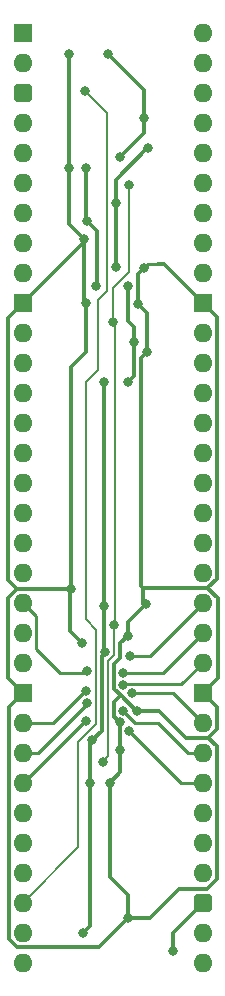
<source format=gbl>
%TF.GenerationSoftware,KiCad,Pcbnew,8.0.7*%
%TF.CreationDate,2025-01-03T14:12:14+02:00*%
%TF.ProjectId,HCP65 Main Memory Address,48435036-3520-44d6-9169-6e204d656d6f,V0*%
%TF.SameCoordinates,Original*%
%TF.FileFunction,Copper,L2,Bot*%
%TF.FilePolarity,Positive*%
%FSLAX46Y46*%
G04 Gerber Fmt 4.6, Leading zero omitted, Abs format (unit mm)*
G04 Created by KiCad (PCBNEW 8.0.7) date 2025-01-03 14:12:14*
%MOMM*%
%LPD*%
G01*
G04 APERTURE LIST*
G04 Aperture macros list*
%AMRoundRect*
0 Rectangle with rounded corners*
0 $1 Rounding radius*
0 $2 $3 $4 $5 $6 $7 $8 $9 X,Y pos of 4 corners*
0 Add a 4 corners polygon primitive as box body*
4,1,4,$2,$3,$4,$5,$6,$7,$8,$9,$2,$3,0*
0 Add four circle primitives for the rounded corners*
1,1,$1+$1,$2,$3*
1,1,$1+$1,$4,$5*
1,1,$1+$1,$6,$7*
1,1,$1+$1,$8,$9*
0 Add four rect primitives between the rounded corners*
20,1,$1+$1,$2,$3,$4,$5,0*
20,1,$1+$1,$4,$5,$6,$7,0*
20,1,$1+$1,$6,$7,$8,$9,0*
20,1,$1+$1,$8,$9,$2,$3,0*%
G04 Aperture macros list end*
%TA.AperFunction,ComponentPad*%
%ADD10R,1.600000X1.600000*%
%TD*%
%TA.AperFunction,ComponentPad*%
%ADD11O,1.600000X1.600000*%
%TD*%
%TA.AperFunction,ComponentPad*%
%ADD12RoundRect,0.400000X-0.400000X-0.400000X0.400000X-0.400000X0.400000X0.400000X-0.400000X0.400000X0*%
%TD*%
%TA.AperFunction,ViaPad*%
%ADD13C,0.800000*%
%TD*%
%TA.AperFunction,Conductor*%
%ADD14C,0.380000*%
%TD*%
%TA.AperFunction,Conductor*%
%ADD15C,0.280000*%
%TD*%
%TA.AperFunction,Conductor*%
%ADD16C,0.200000*%
%TD*%
%TA.AperFunction,Conductor*%
%ADD17C,0.250000*%
%TD*%
G04 APERTURE END LIST*
D10*
%TO.P,J2,1,Pin_1*%
%TO.N,~{Main Access Slot}*%
X0Y0D03*
D11*
%TO.P,J2,2,Pin_2*%
%TO.N,~{Main}*%
X0Y-2540000D03*
D12*
%TO.P,J2,3,Pin_3*%
%TO.N,5V*%
X0Y-5080000D03*
D11*
%TO.P,J2,4,Pin_4*%
%TO.N,~{RD}*%
X0Y-7620000D03*
%TO.P,J2,5,Pin_5*%
%TO.N,~{WD}*%
X0Y-10160000D03*
%TO.P,J2,6,Pin_6*%
%TO.N,A23*%
X0Y-12700000D03*
%TO.P,J2,7,Pin_7*%
%TO.N,A22*%
X0Y-15240000D03*
%TO.P,J2,8,Pin_8*%
%TO.N,A21*%
X0Y-17780000D03*
%TO.P,J2,9,Pin_9*%
%TO.N,A20*%
X0Y-20320000D03*
D10*
%TO.P,J2,10,Pin_10*%
%TO.N,GND*%
X0Y-22860000D03*
D11*
%TO.P,J2,11,Pin_11*%
%TO.N,A19*%
X0Y-25400000D03*
%TO.P,J2,12,Pin_12*%
%TO.N,A18*%
X0Y-27940000D03*
%TO.P,J2,13,Pin_13*%
%TO.N,A17*%
X0Y-30480000D03*
%TO.P,J2,14,Pin_14*%
%TO.N,A16*%
X0Y-33020000D03*
%TO.P,J2,15,Pin_15*%
%TO.N,A15*%
X0Y-35560000D03*
%TO.P,J2,16,Pin_16*%
%TO.N,A14*%
X0Y-38100000D03*
%TO.P,J2,17,Pin_17*%
%TO.N,A13*%
X0Y-40640000D03*
%TO.P,J2,18,Pin_18*%
%TO.N,A12*%
X0Y-43180000D03*
%TO.P,J2,19,Pin_19*%
%TO.N,A11*%
X0Y-45720000D03*
%TO.P,J2,20,Pin_20*%
%TO.N,A10*%
X0Y-48260000D03*
%TO.P,J2,21,Pin_21*%
%TO.N,A9*%
X0Y-50800000D03*
%TO.P,J2,22,Pin_22*%
%TO.N,A8*%
X0Y-53340000D03*
D10*
%TO.P,J2,23,Pin_23*%
%TO.N,GND*%
X0Y-55880000D03*
D11*
%TO.P,J2,24,Pin_24*%
%TO.N,A7*%
X0Y-58420000D03*
%TO.P,J2,25,Pin_25*%
%TO.N,A6*%
X0Y-60960000D03*
%TO.P,J2,26,Pin_26*%
%TO.N,A5*%
X0Y-63500000D03*
%TO.P,J2,27,Pin_27*%
%TO.N,A4*%
X0Y-66040000D03*
%TO.P,J2,28,Pin_28*%
%TO.N,A3*%
X0Y-68580000D03*
%TO.P,J2,29,Pin_29*%
%TO.N,A2*%
X0Y-71120000D03*
%TO.P,J2,30,Pin_30*%
%TO.N,MCLK*%
X0Y-73660000D03*
%TO.P,J2,31,Pin_31*%
%TO.N,A1*%
X0Y-76200000D03*
%TO.P,J2,32,Pin_32*%
%TO.N,A0*%
X0Y-78740000D03*
%TO.P,J2,33,Pin_33*%
%TO.N,MA0*%
X15240000Y-78740000D03*
%TO.P,J2,34,Pin_34*%
%TO.N,MA1*%
X15240000Y-76200000D03*
D12*
%TO.P,J2,35,Pin_35*%
%TO.N,5V*%
X15240000Y-73660000D03*
D11*
%TO.P,J2,36,Pin_36*%
%TO.N,MA2*%
X15240000Y-71120000D03*
%TO.P,J2,37,Pin_37*%
%TO.N,MA3*%
X15240000Y-68580000D03*
%TO.P,J2,38,Pin_38*%
%TO.N,MA4*%
X15240000Y-66040000D03*
%TO.P,J2,39,Pin_39*%
%TO.N,MA5*%
X15240000Y-63500000D03*
%TO.P,J2,40,Pin_40*%
%TO.N,MA6*%
X15240000Y-60960000D03*
%TO.P,J2,41,Pin_41*%
%TO.N,MA7*%
X15240000Y-58420000D03*
D10*
%TO.P,J2,42,Pin_42*%
%TO.N,GND*%
X15240000Y-55880000D03*
D11*
%TO.P,J2,43,Pin_43*%
%TO.N,MA8*%
X15240000Y-53340000D03*
%TO.P,J2,44,Pin_44*%
%TO.N,MA9*%
X15240000Y-50800000D03*
%TO.P,J2,45,Pin_45*%
%TO.N,MA10*%
X15240000Y-48260000D03*
%TO.P,J2,46,Pin_46*%
%TO.N,MA11*%
X15240000Y-45720000D03*
%TO.P,J2,47,Pin_47*%
%TO.N,MA12*%
X15240000Y-43180000D03*
%TO.P,J2,48,Pin_48*%
%TO.N,MA13*%
X15240000Y-40640000D03*
%TO.P,J2,49,Pin_49*%
%TO.N,MA14*%
X15240000Y-38100000D03*
%TO.P,J2,50,Pin_50*%
%TO.N,MA15*%
X15240000Y-35560000D03*
%TO.P,J2,51,Pin_51*%
%TO.N,MA16*%
X15240000Y-33020000D03*
%TO.P,J2,52,Pin_52*%
%TO.N,MA17*%
X15240000Y-30480000D03*
%TO.P,J2,53,Pin_53*%
%TO.N,MA18*%
X15240000Y-27940000D03*
%TO.P,J2,54,Pin_54*%
%TO.N,MA19*%
X15240000Y-25400000D03*
D10*
%TO.P,J2,55,Pin_55*%
%TO.N,GND*%
X15240000Y-22860000D03*
D11*
%TO.P,J2,56,Pin_56*%
%TO.N,MA20*%
X15240000Y-20320000D03*
%TO.P,J2,57,Pin_57*%
%TO.N,MA21*%
X15240000Y-17780000D03*
%TO.P,J2,58,Pin_58*%
%TO.N,MA22*%
X15240000Y-15240000D03*
%TO.P,J2,59,Pin_59*%
%TO.N,MA23*%
X15240000Y-12700000D03*
%TO.P,J2,60,Pin_60*%
%TO.N,M~{WD}*%
X15240000Y-10160000D03*
%TO.P,J2,61,Pin_61*%
%TO.N,M~{RD}*%
X15240000Y-7620000D03*
%TO.P,J2,62,Pin_62*%
%TO.N,unconnected-(J2-Pin_62-Pad62)*%
X15240000Y-5080000D03*
%TO.P,J2,63,Pin_63*%
%TO.N,~{CLK}*%
X15240000Y-2540000D03*
%TO.P,J2,64,Pin_64*%
%TO.N,CLK*%
X15240000Y0D03*
%TD*%
D13*
%TO.N,GND*%
X5334000Y-22860000D03*
X7874017Y-19868043D03*
X5183894Y-17428379D03*
X8890000Y-51034518D03*
X10642995Y-9754005D03*
X5059938Y-51694445D03*
X7365998Y-63500000D03*
X4063998Y-47070000D03*
X9718560Y-57432067D03*
X10541000Y-27051006D03*
X3937000Y-1778000D03*
X3937000Y-11430000D03*
X9779000Y-22919000D03*
X10414006Y-48387000D03*
X8207789Y-58389461D03*
X10315944Y-19920411D03*
X8255000Y-60700615D03*
X7874008Y-14419000D03*
X8890000Y-74930000D03*
%TO.N,5V*%
X12700000Y-77724000D03*
%TO.N,/3.3V*%
X9391000Y-26162000D03*
X7239000Y-1778000D03*
X5462013Y-15918993D03*
X8890000Y-21419000D03*
X10287000Y-7239010D03*
X5905000Y-59880000D03*
X8890000Y-29591000D03*
X6222996Y-21419000D03*
X5120593Y-76200000D03*
X6857994Y-29591000D03*
X8255002Y-10540998D03*
X6857994Y-48514006D03*
X5379004Y-11430000D03*
X7003258Y-52457112D03*
X5708000Y-63500000D03*
%TO.N,/~{Main Access}*%
X7747000Y-50120800D03*
X9017006Y-12859000D03*
X7680000Y-24479000D03*
X6780000Y-61722000D03*
%TO.N,A5*%
X5353960Y-58256673D03*
%TO.N,A7*%
X5332701Y-55746591D03*
%TO.N,MA10*%
X9056623Y-52723954D03*
%TO.N,MA9*%
X8538000Y-54189275D03*
%TO.N,MA5*%
X9047789Y-59120615D03*
%TO.N,MA8*%
X8537000Y-55189217D03*
%TO.N,A10*%
X5451045Y-54017588D03*
%TO.N,MA6*%
X8537999Y-57445551D03*
%TO.N,A6*%
X5470919Y-56736993D03*
%TO.N,MA7*%
X9233593Y-55906687D03*
%TO.N,MCLK*%
X5269882Y-4931880D03*
%TD*%
D14*
%TO.N,GND*%
X-508000Y-47070000D02*
X-1270000Y-46308000D01*
X8890000Y-49911006D02*
X10414006Y-48387000D01*
X10033000Y-27559006D02*
X10541000Y-27051006D01*
X15652909Y-46989994D02*
X16510000Y-47847085D01*
X7747000Y-55537322D02*
X7747000Y-53467000D01*
X8207789Y-58389461D02*
X7748000Y-57929672D01*
X7874008Y-14419000D02*
X7874008Y-19868034D01*
X7365998Y-71500998D02*
X7365998Y-63500000D01*
X3937000Y-16181485D02*
X5183894Y-17428379D01*
X16510000Y-54610000D02*
X15240000Y-55880000D01*
X0Y-55880000D02*
X-1190000Y-57070000D01*
X13869200Y-59690000D02*
X11578021Y-57398821D01*
X16430000Y-24050000D02*
X15240000Y-22860000D01*
X10541000Y-23681000D02*
X10541000Y-27051006D01*
X5334000Y-22860000D02*
X5183894Y-22709894D01*
X5183894Y-22709894D02*
X5183894Y-17428379D01*
X-1190000Y-57070000D02*
X-1190000Y-76692915D01*
X8890000Y-51034518D02*
X8890000Y-49911006D01*
X15621000Y-72470000D02*
X13255000Y-72470000D01*
X15701000Y-59690000D02*
X13869200Y-59690000D01*
X-1270000Y-54610000D02*
X-1270000Y-47832000D01*
X8255000Y-52959000D02*
X8255000Y-51669518D01*
X8299339Y-56089661D02*
X9641744Y-57432067D01*
X10193006Y-46989994D02*
X10033000Y-46829988D01*
X15240000Y-22860000D02*
X11988000Y-19608000D01*
X15240000Y-55880000D02*
X16430000Y-57070000D01*
X-1270000Y-24130000D02*
X0Y-22860000D01*
X7747000Y-53467000D02*
X8255000Y-52959000D01*
X-1190000Y-76692915D02*
X-492915Y-77390000D01*
X11578021Y-57398821D02*
X11078779Y-57398821D01*
X8299339Y-56089661D02*
X7747000Y-55537322D01*
X7874008Y-14419000D02*
X7874008Y-12445992D01*
X15652909Y-46989994D02*
X10193006Y-46989994D01*
X0Y-22860000D02*
X5183894Y-17676106D01*
X10565995Y-9754005D02*
X10642995Y-9754005D01*
X8255000Y-62610998D02*
X8255000Y-60700615D01*
X15732915Y-46909988D02*
X16430000Y-46212903D01*
X8890000Y-74930000D02*
X8890000Y-73025000D01*
X8890000Y-73025000D02*
X7365998Y-71500998D01*
X7874008Y-12445992D02*
X10565995Y-9754005D01*
X10795000Y-74930000D02*
X8890000Y-74930000D01*
X9779000Y-20457355D02*
X9779000Y-22919000D01*
X16430000Y-71661000D02*
X15621000Y-72470000D01*
X-1270000Y-47832000D02*
X-508000Y-47070000D01*
X0Y-55880000D02*
X-1270000Y-54610000D01*
X7748000Y-57929672D02*
X7748000Y-56641000D01*
X5183894Y-17676106D02*
X5183894Y-17428379D01*
X6430000Y-77390000D02*
X8890000Y-74930000D01*
X4013200Y-47120798D02*
X4063998Y-47070000D01*
D15*
X10628355Y-19608000D02*
X11430000Y-19608000D01*
D14*
X13255000Y-72470000D02*
X10795000Y-74930000D01*
X11078779Y-57398821D02*
X9751806Y-57398821D01*
X4063998Y-28321002D02*
X5334000Y-27051000D01*
X10193006Y-46989994D02*
X10193006Y-48166000D01*
X9641744Y-57432067D02*
X9718560Y-57432067D01*
X3937000Y-11430000D02*
X3937000Y-16181485D01*
X16430000Y-46212903D02*
X16430000Y-24050000D01*
X16430000Y-58961000D02*
X15701000Y-59690000D01*
X-508000Y-47070000D02*
X4063998Y-47070000D01*
X8207789Y-58389461D02*
X8207789Y-60653404D01*
X8207789Y-60653404D02*
X8255000Y-60700615D01*
X10033000Y-46829988D02*
X10033000Y-27559006D01*
X10315944Y-19920411D02*
X9779000Y-20457355D01*
X16430000Y-60419000D02*
X16430000Y-71661000D01*
X9779000Y-22919000D02*
X10541000Y-23681000D01*
X7874008Y-19868034D02*
X7874017Y-19868043D01*
X10193006Y-48166000D02*
X10414006Y-48387000D01*
D15*
X10315944Y-19920411D02*
X10628355Y-19608000D01*
D14*
X4013200Y-50647707D02*
X4013200Y-47120798D01*
X-1270000Y-46308000D02*
X-1270000Y-24130000D01*
X5059938Y-51694445D02*
X4013200Y-50647707D01*
X16510000Y-47847085D02*
X16510000Y-54610000D01*
X9751806Y-57398821D02*
X9718560Y-57432067D01*
X8255000Y-51669518D02*
X8890000Y-51034518D01*
X7365998Y-63500000D02*
X8255000Y-62610998D01*
X7748000Y-56641000D02*
X8299339Y-56089661D01*
X4063998Y-47070000D02*
X4063998Y-28321002D01*
X-492915Y-77390000D02*
X6430000Y-77390000D01*
X16430000Y-57070000D02*
X16430000Y-58961000D01*
X15701000Y-59690000D02*
X16430000Y-60419000D01*
X5334000Y-27051000D02*
X5334000Y-22860000D01*
X3937000Y-11430000D02*
X3937000Y-1778000D01*
X11988000Y-19608000D02*
X11430000Y-19608000D01*
%TO.N,5V*%
X12700000Y-76200000D02*
X12700000Y-77724000D01*
X15240000Y-73660000D02*
X12700000Y-76200000D01*
%TO.N,/3.3V*%
X8890000Y-24384000D02*
X8890000Y-21419000D01*
X5462013Y-15918993D02*
X6332048Y-16789028D01*
X9391000Y-26162000D02*
X9391000Y-29090000D01*
X6713000Y-59072000D02*
X6713000Y-52747370D01*
X5379004Y-15835984D02*
X5462013Y-15918993D01*
X10287000Y-8509000D02*
X8255002Y-10540998D01*
X5708000Y-60077000D02*
X5905000Y-59880000D01*
X7003258Y-52457112D02*
X6857994Y-52311848D01*
X10287000Y-4826000D02*
X7239000Y-1778000D01*
X5379004Y-11430000D02*
X5379004Y-15835984D01*
X6332048Y-21309948D02*
X6222996Y-21419000D01*
X10287000Y-7239010D02*
X10287000Y-8509000D01*
X6857994Y-29591000D02*
X6857994Y-48514006D01*
X5708000Y-63500000D02*
X5708000Y-75612593D01*
X9391000Y-26162000D02*
X9391000Y-24885000D01*
X9391000Y-24885000D02*
X8890000Y-24384000D01*
X5708000Y-75612593D02*
X5120593Y-76200000D01*
X5708000Y-63500000D02*
X5708000Y-60077000D01*
X6332048Y-16789028D02*
X6332048Y-21309948D01*
X9391000Y-29090000D02*
X8890000Y-29591000D01*
X6857994Y-52311848D02*
X6857994Y-48514006D01*
X10287000Y-7239010D02*
X10287000Y-4826000D01*
X5905000Y-59880000D02*
X6713000Y-59072000D01*
X6713000Y-52747370D02*
X7003258Y-52457112D01*
D16*
%TO.N,/~{Main Access}*%
X9017006Y-20231333D02*
X7680000Y-21568339D01*
X7680000Y-21568339D02*
X7680000Y-24479000D01*
X7747000Y-52710850D02*
X7747000Y-50120800D01*
X6780000Y-61722000D02*
X7239000Y-61263000D01*
X9017006Y-12859000D02*
X9017006Y-20231333D01*
X7239000Y-61263000D02*
X7239000Y-53218850D01*
X7239000Y-53218850D02*
X7747000Y-52710850D01*
X7862000Y-50005800D02*
X7862000Y-24661000D01*
X7747000Y-50120800D02*
X7862000Y-50005800D01*
X7862000Y-24661000D02*
X7680000Y-24479000D01*
D17*
%TO.N,A5*%
X5243327Y-58256673D02*
X0Y-63500000D01*
X5353960Y-58256673D02*
X5243327Y-58256673D01*
%TO.N,A7*%
X5245583Y-55746591D02*
X2572174Y-58420000D01*
X5332701Y-55746591D02*
X5245583Y-55746591D01*
X2572174Y-58420000D02*
X0Y-58420000D01*
%TO.N,MA10*%
X10776046Y-52723954D02*
X15240000Y-48260000D01*
X9056623Y-52723954D02*
X10776046Y-52723954D01*
%TO.N,MA9*%
X15240000Y-50800000D02*
X11850725Y-54189275D01*
X11850725Y-54189275D02*
X8538000Y-54189275D01*
%TO.N,MA5*%
X15240000Y-63500000D02*
X13427174Y-63500000D01*
X13427174Y-63500000D02*
X9047789Y-59120615D01*
%TO.N,MA8*%
X13411325Y-55168675D02*
X8557542Y-55168675D01*
X15240000Y-53340000D02*
X13411325Y-55168675D01*
X8557542Y-55168675D02*
X8537000Y-55189217D01*
%TO.N,A10*%
X1125000Y-49385000D02*
X1125000Y-52179000D01*
X1125000Y-52179000D02*
X3181400Y-54235400D01*
X5233233Y-54235400D02*
X5451045Y-54017588D01*
X0Y-48260000D02*
X1125000Y-49385000D01*
X3181400Y-54235400D02*
X5233233Y-54235400D01*
%TO.N,MA6*%
X13967520Y-60960000D02*
X15240000Y-60960000D01*
X9542629Y-58450181D02*
X11457701Y-58450181D01*
X11457701Y-58450181D02*
X13967520Y-60960000D01*
X8537999Y-57445551D02*
X9542629Y-58450181D01*
%TO.N,A6*%
X1297981Y-60960000D02*
X0Y-60960000D01*
X5470919Y-56787062D02*
X1297981Y-60960000D01*
X5470919Y-56736993D02*
X5470919Y-56787062D01*
%TO.N,MA7*%
X12726687Y-55906687D02*
X9233593Y-55906687D01*
X15240000Y-58420000D02*
X12726687Y-55906687D01*
D16*
%TO.N,MCLK*%
X6223000Y-50546000D02*
X6223000Y-58547000D01*
X5334000Y-29591000D02*
X5334000Y-49657000D01*
X5269882Y-4931880D02*
X7112000Y-6773998D01*
X7112000Y-6773998D02*
X7112000Y-21844000D01*
X0Y-73660000D02*
X4699000Y-68961000D01*
X4699000Y-68961000D02*
X4699000Y-60071000D01*
X6350000Y-28575000D02*
X5334000Y-29591000D01*
X6350000Y-22606000D02*
X6350000Y-28575000D01*
X5334000Y-49657000D02*
X6223000Y-50546000D01*
X7112000Y-21844000D02*
X6350000Y-22606000D01*
X4699000Y-60071000D02*
X6223000Y-58547000D01*
%TD*%
M02*

</source>
